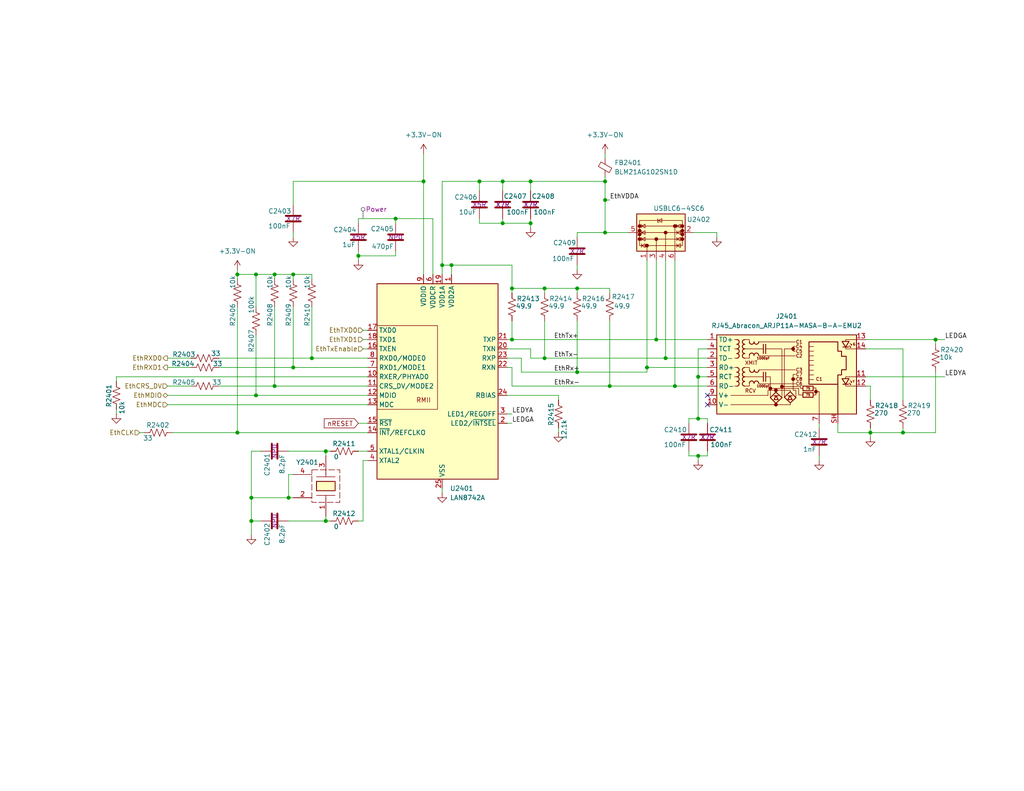
<source format=kicad_sch>
(kicad_sch (version 20250114) (generator "eeschema") (generator_version "9.0")
  (paper "USLetter")
  (title_block (title "Ethernet") (date "2025-10-13") (company "WB7NAB") (comment 1 "Alan Mimms"))
  (lib_symbols
    (symbol "Device:C" (pin_numbers (hide yes)) (pin_names (offset 0.254))
      (property "Reference" "C" (at 0.635 2.54 0))
      (property "Value" "C" (at 0.635 -2.54 0))
      (symbol "C_0_1"
        (polyline (pts (xy -2.032 0.762) (xy 2.032 0.762)) (stroke (width 0.508)))
        (polyline (pts (xy -2.032 -0.762) (xy 2.032 -0.762)) (stroke (width 0.508)))
      )
      (symbol "C_1_1"
        (pin passive line (at 0 3.81 270) (length 2.794) (name "~") (number "1"))
        (pin passive line (at 0 -3.81 90) (length 2.794) (name "~") (number "2"))
      )
    )
    (symbol "Device:FerriteBead_Small" (pin_numbers (hide yes)) (pin_names (offset 0))
      (property "Reference" "FB" (at 1.905 1.27 0))
      (property "Value" "FerriteBead_Small" (at 1.905 -1.27 0))
      (symbol "FerriteBead_Small_0_1"
        (polyline (pts (xy -1.8288 0.2794) (xy -1.1176 1.4986) (xy 1.8288 -0.2032) (xy 1.1176 -1.4224) (xy -1.8288 0.2794)))
        (polyline (pts (xy 0 0.889) (xy 0 1.2954)))
        (polyline (pts (xy 0 -1.27) (xy 0 -0.7874)))
      )
      (symbol "FerriteBead_Small_1_1"
        (pin passive line (at 0 2.54 270) (length 1.27) (name "~") (number "1"))
        (pin passive line (at 0 -2.54 90) (length 1.27) (name "~") (number "2"))
      )
    )
    (symbol "Device:R_US" (pin_numbers (hide yes)) (pin_names (offset 0))
      (property "Reference" "R" (at 2.54 0 90))
      (property "Value" "R_US" (at -2.54 0 90))
      (symbol "R_US_0_1"
        (polyline (pts (xy 0 2.286) (xy 0 2.54)))
        (polyline (pts (xy 0 2.286) (xy 1.016 1.905) (xy 0 1.524) (xy -1.016 1.143) (xy 0 0.762)))
        (polyline (pts (xy 0 0.762) (xy 1.016 0.381) (xy 0 0) (xy -1.016 -0.381) (xy 0 -0.762)))
        (polyline (pts (xy 0 -0.762) (xy 1.016 -1.143) (xy 0 -1.524) (xy -1.016 -1.905) (xy 0 -2.286)))
        (polyline (pts (xy 0 -2.286) (xy 0 -2.54)))
      )
      (symbol "R_US_1_1"
        (pin passive line (at 0 3.81 270) (length 1.27) (name "~") (number "1"))
        (pin passive line (at 0 -3.81 90) (length 1.27) (name "~") (number "2"))
      )
    )
    (symbol "ECS-2033-250-BN:ECS-2033-250-BN"
      (property "Reference" "Y" (at 10.668 7.366 0))
      (property "Value" "ECS-2033-250-BN" (at 3.81 5.588 0))
      (symbol "ECS-2033-250-BN_0_1"
        (polyline (pts (xy 9.525 2.54) (xy 9.525 -2.54)))
        (polyline (pts (xy 14.605 2.54) (xy 14.605 -2.54)))
      )
      (symbol "ECS-2033-250-BN_1_1"
        (rectangle (start 7.62 3.81) (end 16.51 -3.81) (stroke (width 0) (type dash)))
        (polyline (pts (xy 8.89 0) (xy 9.525 0)))
        (rectangle (start 10.795 2.54) (end 13.335 -2.54) (stroke (width 0.254)) (fill (type background)))
        (polyline (pts (xy 15.24 0) (xy 14.605 0)))
        (pin passive line (at 3.81 0 0) (length 5.08) (name "") (number "1"))
        (pin passive line (at 8.89 -8.89 90) (length 5.08) (name "") (number "2"))
        (pin passive line (at 15.24 -8.89 90) (length 5.08) (name "") (number "4"))
        (pin passive line (at 20.32 0 180) (length 5.08) (name "") (number "3"))
      )
    )
    (symbol "Interface_Ethernet:LAN8742A"
      (property "Reference" "U" (at -13.97 29.21 0))
      (property "Value" "LAN8742A" (at 15.24 29.21 0))
      (symbol "LAN8742A_0_0"
        (text "RMII" (at -5.08 -3.81 0) (effects (font (size 1.27 1.27))))
      )
      (symbol "LAN8742A_0_1"
        (rectangle (start -17.78 27.94) (end 15.24 -25.4) (stroke (width 0.254)) (fill (type background)))
        (polyline (pts (xy -17.78 -6.35) (xy -1.27 -6.35) (xy -1.27 16.51) (xy -17.78 16.51)))
      )
      (symbol "LAN8742A_1_1"
        (pin input line (at -20.32 15.24 0) (length 2.54) (name "TXD0") (number "17"))
        (pin input line (at -20.32 12.7 0) (length 2.54) (name "TXD1") (number "18"))
        (pin input line (at -20.32 10.16 0) (length 2.54) (name "TXEN") (number "16"))
        (pin bidirectional line (at -20.32 7.62 0) (length 2.54) (name "RXD0/MODE0") (number "8"))
        (pin bidirectional line (at -20.32 5.08 0) (length 2.54) (name "RXD1/MODE1") (number "7"))
        (pin output line (at -20.32 2.54 0) (length 2.54) (name "RXER/PHYAD0") (number "10"))
        (pin bidirectional line (at -20.32 0 0) (length 2.54) (name "CRS_DV/MODE2") (number "11"))
        (pin bidirectional line (at -20.32 -2.54 0) (length 2.54) (name "MDIO") (number "12"))
        (pin input line (at -20.32 -5.08 0) (length 2.54) (name "MDC") (number "13"))
        (pin input line (at -20.32 -10.16 0) (length 2.54) (name "~{RST}") (number "15"))
        (pin output line (at -20.32 -12.7 0) (length 2.54) (name "~{INT}/REFCLKO") (number "14"))
        (pin input line (at -20.32 -17.78 0) (length 2.54) (name "XTAL1/CLKIN") (number "5"))
        (pin output line (at -20.32 -20.32 0) (length 2.54) (name "XTAL2") (number "4"))
        (pin power_in line (at -5.08 30.48 270) (length 2.54) (name "VDDIO") (number "9"))
        (pin power_in line (at -2.54 30.48 270) (length 2.54) (name "VDDCR") (number "6"))
        (pin power_in line (at 0 30.48 270) (length 2.54) (name "VDD1A") (number "19"))
        (pin power_in line (at 0 -27.94 90) (length 2.54) (name "VSS") (number "25"))
        (pin power_in line (at 2.54 30.48 270) (length 2.54) (name "VDD2A") (number "1"))
        (pin passive line (at 17.78 12.7 180) (length 2.54) (name "TXP") (number "21"))
        (pin passive line (at 17.78 10.16 180) (length 2.54) (name "TXN") (number "20"))
        (pin passive line (at 17.78 7.62 180) (length 2.54) (name "RXP") (number "23"))
        (pin passive line (at 17.78 5.08 180) (length 2.54) (name "RXN") (number "22"))
        (pin passive line (at 17.78 -2.54 180) (length 2.54) (name "RBIAS") (number "24"))
        (pin bidirectional line (at 17.78 -7.62 180) (length 2.54) (name "LED1/REGOFF") (number "3"))
        (pin bidirectional line (at 17.78 -10.16 180) (length 2.54) (name "LED2/~{INTSEL}") (number "2"))
      )
    )
    (symbol "Library:RJ45_Abracon_ARJP11A-MASA-B-A-EMU2"
      (property "Reference" "J" (at 18.415 12.7 0))
      (property "Value" "RJ45_Abracon_ARJP11A-MASA-B-A-EMU2" (at -4.445 12.7 0))
      (symbol "RJ45_Abracon_ARJP11A-MASA-B-A-EMU2_0_0"
        (polyline (pts (xy -5.08 8.89) (xy -5.08 6.35)) (stroke (width 0.254)))
        (polyline (pts (xy -5.08 1.27) (xy -5.08 -1.27)) (stroke (width 0.254)))
        (polyline (pts (xy -4.445 8.89) (xy -4.445 6.35)) (stroke (width 0.254)))
        (polyline (pts (xy -4.445 1.27) (xy -4.445 -1.27)) (stroke (width 0.254)))
        (circle (center -3.175 -3.175) (radius 0.0001) (stroke (width 0.508)))
        (circle (center -1.651 -3.683) (radius 0.0001) (stroke (width 0.508)))
        (circle (center -1.651 -7.62) (radius 0.0001) (stroke (width 0.508)))
        (circle (center 0 -2.667) (radius 0.0001) (stroke (width 0.508)))
        (circle (center 3.048 7.62) (radius 0.0001) (stroke (width 0.508)))
        (circle (center 3.048 -0.635) (radius 0.0001) (stroke (width 0.508)))
        (polyline (pts (xy 3.683 8.255) (xy 3.048 8.255) (xy 3.048 6.985) (xy 3.683 6.985)))
        (polyline (pts (xy 3.683 0.635) (xy 3.048 0.635) (xy 3.048 -0.635) (xy 3.683 -0.635)))
        (polyline (pts (xy 8.636 -4.953) (xy 9.271 -4.953) (xy 9.271 -3.048) (xy 8.636 -3.048)))
        (polyline (pts (xy 9.271 -4.064) (xy 10.16 -4.064)))
        (circle (center 9.271 -4.064) (radius 0.0001) (stroke (width 0.508)))
        (polyline (pts (xy 17.399 9.652) (xy 17.399 10.16) (xy 20.32 10.16)))
        (polyline (pts (xy 17.399 -0.508) (xy 17.399 0) (xy 20.32 0)))
        (polyline (pts (xy 20.32 7.62) (xy 17.399 7.62) (xy 17.399 8.128)))
        (polyline (pts (xy 20.32 -2.54) (xy 17.399 -2.54) (xy 17.399 -2.032)))
        (text "XMIT" (at -10.16 3.81 0) (effects (font (size 1.016 1.016)) (justify left)))
        (text "RCV" (at -10.16 -3.81 0) (effects (font (size 1.016 1.016)) (justify left)))
        (text "C1" (at 4.699 9.525 0) (effects (font (size 0.889 0.889))))
        (text "C4" (at 4.699 8.255 0) (effects (font (size 0.889 0.889))))
        (text "C5" (at 4.699 6.985 0) (effects (font (size 0.889 0.889))))
        (text "C2" (at 4.699 5.715 0) (effects (font (size 0.889 0.889))))
        (text "C3" (at 4.699 1.905 0) (effects (font (size 0.889 0.889))))
        (text "C7" (at 4.699 0.635 0) (effects (font (size 0.889 0.889))))
        (text "C8" (at 4.699 -0.635 0) (effects (font (size 0.889 0.889))))
        (text "C6" (at 4.699 -1.905 0) (effects (font (size 0.889 0.889))))
        (text "C1" (at 10.16 -0.635 0) (effects (font (size 0.889 0.889))))
      )
      (symbol "RJ45_Abracon_ARJP11A-MASA-B-A-EMU2_0_1"
        (rectangle (start -17.78 11.43) (end 20.32 -10.16) (stroke (width 0.254)) (fill (type background)))
        (polyline (pts (xy -12.3163 10.16) (xy -12.9513 10.16)))
        (polyline (pts (xy -12.3163 7.62) (xy -12.9513 7.62)))
        (polyline (pts (xy -12.3163 5.08) (xy -12.9513 5.08)))
        (polyline (pts (xy -12.3163 2.54) (xy -12.9513 2.54)))
        (polyline (pts (xy -12.3163 0) (xy -12.9513 0)))
        (polyline (pts (xy -12.3163 -2.54) (xy -12.9513 -2.54)))
        (polyline (pts (xy -10.16 10.16) (xy -8.89 10.16) (xy -8.89 9.525)))
        (polyline (pts (xy -10.16 2.54) (xy -8.89 2.54) (xy -8.89 1.905)))
        (polyline (pts (xy -8.89 5.715) (xy -8.89 5.08) (xy -10.16 5.08)))
        (polyline (pts (xy -8.89 -1.905) (xy -8.89 -2.54) (xy -10.16 -2.54)))
        (polyline (pts (xy -6.35 9.525) (xy 3.683 9.525)))
        (polyline (pts (xy -6.35 5.715) (xy 3.683 5.715)))
        (polyline (pts (xy -6.35 -1.905) (xy 3.683 -1.905)))
        (polyline (pts (xy -6.223 1.905) (xy 3.683 1.905)))
        (polyline (pts (xy -5.08 7.62) (xy -10.16 7.62)))
        (polyline (pts (xy -5.08 0) (xy -10.16 0)))
        (polyline (pts (xy -4.445 7.62) (xy 0 7.62) (xy 0 -5.715)))
        (polyline (pts (xy -4.445 0) (xy -3.175 0) (xy -3.175 -5.715)))
        (polyline (pts (xy 7.366 5.715) (xy 8.636 5.715)))
        (polyline (pts (xy 7.366 4.445) (xy 8.636 4.445)))
        (polyline (pts (xy 7.366 3.175) (xy 8.636 3.175)))
        (polyline (pts (xy 7.366 1.778) (xy 8.636 1.778)))
        (polyline (pts (xy 7.366 0.508) (xy 8.636 0.508)))
        (polyline (pts (xy 8.636 8.255) (xy 7.366 8.255)))
        (polyline (pts (xy 8.636 6.985) (xy 7.366 6.985)))
        (polyline (pts (xy 8.636 -0.762) (xy 7.366 -0.762)))
      )
      (symbol "RJ45_Abracon_ARJP11A-MASA-B-A-EMU2_1_0"
        (text "1000pF" (at -5.08 5.08 0) (effects (font (size 0.635 0.635))))
        (text "1000pF" (at -5.08 -2.54 0) (effects (font (size 0.635 0.635))))
      )
      (symbol "RJ45_Abracon_ARJP11A-MASA-B-A-EMU2_1_1"
        (polyline (pts (xy -13.97 -5.08) (xy -3.81 -5.08)))
        (polyline (pts (xy -13.97 -7.62) (xy 2.286 -7.62)))
        (arc (start -12.3163 2.54) (mid -11.684 1.905) (end -12.3163 1.27) (stroke (width 0.254)))
        (arc (start -12.3136 10.16) (mid -11.6813 9.525) (end -12.3136 8.89) (stroke (width 0.254)))
        (arc (start -12.3136 1.27) (mid -11.6813 0.635) (end -12.3136 0) (stroke (width 0.254)))
        (arc (start -12.3136 0) (mid -11.6813 -0.635) (end -12.3136 -1.27) (stroke (width 0.254)))
        (arc (start -12.3136 -1.27) (mid -11.6813 -1.905) (end -12.3136 -2.54) (stroke (width 0.254)))
        (arc (start -12.3109 8.89) (mid -11.6786 8.255) (end -12.3109 7.62) (stroke (width 0.254)))
        (arc (start -12.3109 7.62) (mid -11.6786 6.985) (end -12.3109 6.35) (stroke (width 0.254)))
        (arc (start -12.3109 6.35) (mid -11.6786 5.715) (end -12.3109 5.08) (stroke (width 0.254)))
        (arc (start -10.1654 8.89) (mid -10.7977 9.525) (end -10.1654 10.16) (stroke (width 0.254)))
        (arc (start -10.1654 7.62) (mid -10.7977 8.255) (end -10.1654 8.89) (stroke (width 0.254)))
        (arc (start -10.1654 6.35) (mid -10.7977 6.985) (end -10.1654 7.62) (stroke (width 0.254)))
        (arc (start -10.1654 1.27) (mid -10.7977 1.905) (end -10.1654 2.54) (stroke (width 0.254)))
        (arc (start -10.1654 0) (mid -10.7977 0.635) (end -10.1654 1.27) (stroke (width 0.254)))
        (arc (start -10.1654 -1.27) (mid -10.7977 -0.635) (end -10.1654 0) (stroke (width 0.254)))
        (arc (start -10.1627 5.08) (mid -10.795 5.715) (end -10.1627 6.35) (stroke (width 0.254)))
        (arc (start -10.1627 -2.54) (mid -10.795 -1.905) (end -10.1627 -1.27) (stroke (width 0.254)))
        (arc (start -7.62 9.5223) (mid -8.255 8.89) (end -8.89 9.5223) (stroke (width 0.254)))
        (arc (start -8.89 5.8447) (mid -8.255 6.477) (end -7.62 5.8447) (stroke (width 0.254)))
        (arc (start -8.89 -1.7753) (mid -8.255 -1.143) (end -7.62 -1.7753) (stroke (width 0.254)))
        (arc (start -7.5565 1.8388) (mid -8.1915 1.2065) (end -8.8265 1.8388) (stroke (width 0.254)))
        (arc (start -6.35 9.525) (mid -6.985 8.8927) (end -7.62 9.525) (stroke (width 0.254)))
        (arc (start -7.62 5.8474) (mid -6.985 6.4797) (end -6.35 5.8474) (stroke (width 0.254)))
        (arc (start -7.62 -1.7726) (mid -6.985 -1.1403) (end -6.35 -1.7726) (stroke (width 0.254)))
        (arc (start -6.2865 1.8415) (mid -6.9215 1.2092) (end -7.5565 1.8415) (stroke (width 0.254)))
        (polyline (pts (xy -3.81 -5.08) (xy -3.81 -3.683) (xy -1.651 -3.683)))
        (polyline (pts (xy -2.159 -5.207) (xy -1.016 -5.207)) (stroke (width 0.254)))
        (polyline (pts (xy -2.159 -6.223) (xy -1.016 -6.223) (xy -1.651 -5.207) (xy -2.159 -6.223)) (stroke (width 0.254)))
        (polyline (pts (xy -1.905 -3.683) (xy -1.651 -3.683) (xy -1.651 -4.191)))
        (polyline (pts (xy -1.651 -3.683) (xy 2.286 -3.683) (xy 2.286 -4.064)))
        (polyline (pts (xy -1.651 -4.191) (xy -3.175 -5.715) (xy -1.651 -7.239) (xy 0 -5.715) (xy -1.651 -4.191)) (stroke (width 0.254)))
        (polyline (pts (xy -1.651 -7.239) (xy -1.651 -7.493)))
        (polyline (pts (xy 1.651 -5.207) (xy 2.794 -5.207)) (stroke (width 0.254)))
        (polyline (pts (xy 1.651 -6.223) (xy 2.794 -6.223) (xy 2.159 -5.207) (xy 1.651 -6.223)) (stroke (width 0.254)))
        (polyline (pts (xy 2.286 -4.064) (xy 0.635 -5.588) (xy 2.286 -7.112) (xy 3.81 -5.715) (xy 2.286 -4.064)) (stroke (width 0.254)))
        (polyline (pts (xy 2.286 -7.112) (xy 2.286 -7.62)))
        (polyline (pts (xy 3.048 7.62) (xy 0.635 7.62) (xy 0.635 -5.588)))
        (polyline (pts (xy 3.048 -0.508) (xy 3.048 -3.683) (xy 3.81 -3.683) (xy 3.81 -5.715)))
        (polyline (pts (xy 5.715 -3.175) (xy 5.08 -3.175) (xy 5.08 -2.667) (xy 0 -2.667)))
        (polyline (pts (xy 5.715 -4.953) (xy 4.572 -4.953) (xy 4.572 -3.175) (xy -3.175 -3.175)))
        (polyline (pts (xy 7.366 -2.032) (xy 7.366 9.525) (xy 15.24 9.525) (xy 15.24 6.985) (xy 16.256 6.985) (xy 16.256 5.588) (xy 17.526 5.588) (xy 17.526 1.905) (xy 16.256 1.905) (xy 16.256 0.508) (xy 15.24 0.508) (xy 15.24 -2.032) (xy 7.366 -2.032)) (stroke (width 0.254)))
        (rectangle (start 8.509 -3.81) (end 5.715 -2.54) (stroke (width 0.254)))
        (rectangle (start 8.509 -5.588) (end 5.715 -4.318) (stroke (width 0.254)))
        (polyline (pts (xy 10.16 -4.064) (xy 10.16 -10.16)))
        (polyline (pts (xy 15.24 -10.16) (xy 15.24 -2.032)) (stroke (width 0.254)))
        (polyline (pts (xy 18.161 8.128) (xy 16.637 8.128)) (stroke (width 0.254)))
        (polyline (pts (xy 18.161 -2.032) (xy 16.637 -2.032)) (stroke (width 0.254)))
        (polyline (pts (xy 18.288 9.652) (xy 16.383 9.652) (xy 17.399 8.128) (xy 18.288 9.652)) (stroke (width 0.254)))
        (polyline (pts (xy 18.288 8.509) (xy 18.796 8.001) (xy 18.542 8.001)))
        (polyline (pts (xy 18.288 -0.508) (xy 16.383 -0.508) (xy 17.399 -2.032) (xy 18.288 -0.508)) (stroke (width 0.254)))
        (polyline (pts (xy 18.288 -1.651) (xy 18.796 -2.159) (xy 18.542 -2.159)))
        (polyline (pts (xy 18.542 9.144) (xy 19.05 8.636) (xy 18.796 8.636)))
        (polyline (pts (xy 18.542 -1.016) (xy 19.05 -1.524) (xy 18.796 -1.524)))
        (polyline (pts (xy 18.796 8.001) (xy 18.796 8.255)))
        (polyline (pts (xy 18.796 -2.159) (xy 18.796 -1.905)))
        (polyline (pts (xy 19.05 8.636) (xy 19.05 8.89)))
        (polyline (pts (xy 19.05 -1.524) (xy 19.05 -1.27)))
        (text "75" (at 7.112 -3.175 0) (effects (font (size 0.635 0.635))))
        (text "75" (at 7.112 -4.953 0) (effects (font (size 0.635 0.635))))
        (text "Y" (at 19.558 -1.27 0) (effects (font (size 0.635 0.635))))
        (text "G" (at 19.685 8.89 0) (effects (font (size 0.635 0.635))))
        (pin passive line (at -20.32 10.16 0) (length 2.54) (name "TD+") (number "1"))
        (pin passive line (at -20.32 7.62 0) (length 2.54) (name "TCT") (number "4"))
        (pin passive line (at -20.32 5.08 0) (length 2.54) (name "TD-") (number "2"))
        (pin passive line (at -20.32 2.54 0) (length 2.54) (name "RD+") (number "3"))
        (pin passive line (at -20.32 0 0) (length 2.54) (name "RCT") (number "5"))
        (pin passive line (at -20.32 -2.54 0) (length 2.54) (name "RD-") (number "6"))
        (pin power_out line (at -20.32 -5.08 0) (length 2.54) (name "V+") (number "9"))
        (pin power_out line (at -20.32 -7.62 0) (length 2.54) (name "V-") (number "10"))
        (pin power_in line (at 10.16 -12.7 90) (length 2.54) (name "") (number "7"))
        (pin passive line (at 15.24 -12.7 90) (length 2.54) (name "") (number "SH"))
        (pin passive line (at 22.86 10.16 180) (length 2.54) (name "") (number "13"))
        (pin passive line (at 22.86 7.62 180) (length 2.54) (name "") (number "14"))
        (pin passive line (at 22.86 0 180) (length 2.54) (name "") (number "11"))
        (pin passive line (at 22.86 -2.54 180) (length 2.54) (name "") (number "12"))
      )
    )
    (symbol "Power_Protection:USBLC6-4SC6" (pin_names (hide yes))
      (property "Reference" "U" (at 1.27 9.525 0))
      (property "Value" "USBLC6-4SC6" (at 1.27 6.985 0))
      (symbol "USBLC6-4SC6_0_0"
        (circle (center -3.556 2.54) (radius 0.0001) (stroke (width 0.508)))
        (circle (center -1.778 4.572) (radius 0.0001) (stroke (width 0.508)))
        (circle (center -1.778 0) (radius 0.0001) (stroke (width 0.508)))
        (circle (center -1.778 -7.112) (radius 0.0001) (stroke (width 0.508)))
        (circle (center -0.508 4.572) (radius 0.0001) (stroke (width 0.508)))
        (circle (center -0.508 -7.112) (radius 0.0001) (stroke (width 0.508)))
        (circle (center 0 -2.54) (radius 0.0001) (stroke (width 0.508)))
        (circle (center 0.508 4.572) (radius 0.0001) (stroke (width 0.508)))
        (circle (center 0.508 -7.112) (radius 0.0001) (stroke (width 0.508)))
        (circle (center 1.778 4.572) (radius 0.0001) (stroke (width 0.508)))
        (circle (center 1.778 -5.08) (radius 0.0001) (stroke (width 0.508)))
        (circle (center 1.778 -7.112) (radius 0.0001) (stroke (width 0.508)))
      )
      (symbol "USBLC6-4SC6_0_1"
        (polyline (pts (xy -5.08 2.54) (xy -3.556 2.54)))
        (polyline (pts (xy -5.08 0) (xy -1.778 0)))
        (polyline (pts (xy -5.08 -2.54) (xy 0 -2.54)))
        (polyline (pts (xy -5.08 -5.08) (xy 1.778 -5.08)))
        (polyline (pts (xy -4.064 3.048) (xy -3.048 3.048) (xy -3.556 4.064) (xy -4.064 3.048)))
        (polyline (pts (xy -4.064 -5.588) (xy -3.048 -5.588)))
        (polyline (pts (xy -3.048 4.064) (xy -4.064 4.064)))
        (polyline (pts (xy -3.048 -6.604) (xy -4.064 -6.604) (xy -3.556 -5.588) (xy -3.048 -6.604)))
        (polyline (pts (xy -2.286 4.064) (xy -1.27 4.064)))
        (polyline (pts (xy -2.286 -5.588) (xy -1.27 -5.588)))
        (polyline (pts (xy -1.27 3.048) (xy -2.286 3.048) (xy -1.778 4.064) (xy -1.27 3.048)))
        (polyline (pts (xy -1.27 -6.604) (xy -2.286 -6.604) (xy -1.778 -5.588) (xy -1.27 -6.604)))
        (polyline (pts (xy -0.508 3.048) (xy 0.508 3.048) (xy 0 4.064) (xy -0.508 3.048)))
        (polyline (pts (xy -0.508 -5.588) (xy 0.508 -5.588)))
        (polyline (pts (xy -0.508 -6.604) (xy 0.508 -6.604) (xy 0 -5.588) (xy -0.508 -6.604)))
        (polyline (pts (xy 0 5.08) (xy 0.508 4.572)))
        (polyline (pts (xy 0.508 4.064) (xy -0.508 4.064)))
        (polyline (pts (xy 0.508 -7.112) (xy -0.508 -7.112)))
        (polyline (pts (xy 1.27 4.064) (xy 2.286 4.064)))
        (polyline (pts (xy 1.27 -6.604) (xy 2.286 -6.604) (xy 1.778 -5.588) (xy 1.27 -6.604)))
        (polyline (pts (xy 1.778 4.572) (xy 3.302 4.572) (xy 3.302 -7.112) (xy 1.778 -7.112)))
        (polyline (pts (xy 2.286 3.048) (xy 1.27 3.048) (xy 1.778 4.064) (xy 2.286 3.048)))
        (polyline (pts (xy 2.286 -5.588) (xy 1.27 -5.588)))
        (polyline (pts (xy 2.794 -0.762) (xy 2.794 -0.381) (xy 3.81 -0.381)))
        (polyline (pts (xy 3.81 -1.524) (xy 2.794 -1.524) (xy 3.302 -0.508) (xy 3.81 -1.524)))
      )
      (symbol "USBLC6-4SC6_1_1"
        (rectangle (start -5.08 5.334) (end 5.08 -7.874) (stroke (width 0.254)) (fill (type background)))
        (polyline (pts (xy -1.778 4.572) (xy -3.556 4.572) (xy -3.556 -7.112) (xy -1.778 -7.112)))
        (polyline (pts (xy -0.508 4.572) (xy 1.778 4.572) (xy 1.778 -7.112) (xy 0.508 -7.112)))
        (polyline (pts (xy 0 -7.62) (xy -0.508 -7.112) (xy -1.778 -7.112) (xy -1.778 4.572) (xy -0.508 4.572)))
        (polyline (pts (xy 0.508 -7.112) (xy 0 -6.604) (xy 0 4.064) (xy -0.508 4.572)))
        (pin passive line (at -7.62 2.54 0) (length 2.54) (name "I/O1") (number "1"))
        (pin passive line (at -7.62 0 0) (length 2.54) (name "I/O2") (number "3"))
        (pin passive line (at -7.62 -2.54 0) (length 2.54) (name "I/O3") (number "4"))
        (pin passive line (at -7.62 -5.08 0) (length 2.54) (name "I/O4") (number "6"))
        (pin passive line (at 0 7.62 270) (length 2.54) (name "VBUS") (number "5"))
        (pin passive line (at 0 -10.16 90) (length 2.54) (name "GND") (number "2"))
      )
    )
    (symbol "power:+3.3V" (power) (pin_numbers (hide yes)) (pin_names (offset 0) (hide yes))
      (property "Value" "+3.3V" (at 0 3.556 0))
      (symbol "+3.3V_0_1"
        (polyline (pts (xy -0.762 1.27) (xy 0 2.54)))
        (polyline (pts (xy 0 2.54) (xy 0.762 1.27)))
        (polyline (pts (xy 0 0) (xy 0 2.54)))
      )
      (symbol "+3.3V_1_1"
        (pin power_in line (at 0 0 90) (length 0) (name "~") (number "1"))
      )
    )
    (symbol "power:GND" (power) (pin_numbers (hide yes)) (pin_names (offset 0) (hide yes))
      (property "Value" "GND" (at 0 -3.81 0))
      (symbol "GND_0_1"
        (polyline (pts (xy 0 0) (xy 0 -1.27) (xy 1.27 -1.27) (xy 0 -2.54) (xy -1.27 -1.27) (xy 0 -1.27)))
      )
      (symbol "GND_1_1"
        (pin power_in line (at 0 0 270) (length 0) (name "~") (number "1"))
      )
    )
  )
  (junction (at 78.74 135.89))
  (junction (at 130.81 49.53))
  (junction (at 157.48 101.6))
  (junction (at 139.7 78.74))
  (junction (at 190.5 102.87))
  (junction (at 74.93 74.93))
  (junction (at 120.65 72.39))
  (junction (at 80.01 100.33))
  (junction (at 107.95 59.69))
  (junction (at 237.49 118.11))
  (junction (at 148.59 78.74))
  (junction (at 246.38 118.11))
  (junction (at 144.78 49.53))
  (junction (at 190.5 124.46))
  (junction (at 68.58 135.89))
  (junction (at 165.1 63.5))
  (junction (at 181.61 97.79))
  (junction (at 184.15 105.41))
  (junction (at 139.7 92.71))
  (junction (at 148.59 97.79))
  (junction (at 69.85 74.93))
  (junction (at 74.93 105.41))
  (junction (at 165.1 54.61))
  (junction (at 144.78 60.96))
  (junction (at 137.16 60.96))
  (junction (at 68.58 142.24))
  (junction (at 97.79 69.85))
  (junction (at 176.53 100.33))
  (junction (at 137.16 49.53))
  (junction (at 157.48 78.74))
  (junction (at 85.09 97.79))
  (junction (at 88.9 142.24))
  (junction (at 123.19 72.39))
  (junction (at 255.27 92.71))
  (junction (at 190.5 114.3))
  (junction (at 88.9 123.19))
  (junction (at 64.77 74.93))
  (junction (at 115.57 49.53))
  (junction (at 166.37 105.41))
  (junction (at 69.85 107.95))
  (junction (at 165.1 49.53))
  (junction (at 179.07 92.71))
  (junction (at 64.77 118.11))
  (junction (at 80.01 74.93))
  (no_connect (at 193.04 107.95))
  (no_connect (at 193.04 110.49))
  (wire (pts (xy 99.06 95.25) (xy 100.33 95.25)))
  (wire (pts (xy 190.5 102.87) (xy 190.5 114.3)))
  (wire (pts (xy 130.81 49.53) (xy 137.16 49.53)))
  (wire (pts (xy 88.9 142.24) (xy 88.9 140.97)))
  (wire (pts (xy 171.45 63.5) (xy 165.1 63.5)))
  (wire (pts (xy 69.85 74.93) (xy 74.93 74.93)))
  (wire (pts (xy 187.96 124.46) (xy 190.5 124.46)))
  (wire (pts (xy 246.38 118.11) (xy 237.49 118.11)))
  (wire (pts (xy 190.5 114.3) (xy 187.96 114.3)))
  (wire (pts (xy 80.01 63.5) (xy 80.01 64.77)))
  (wire (pts (xy 31.75 111.76) (xy 31.75 113.03)))
  (wire (pts (xy 193.04 123.19) (xy 193.04 124.46)))
  (wire (pts (xy 139.7 92.71) (xy 179.07 92.71)))
  (wire (pts (xy 139.7 78.74) (xy 148.59 78.74)))
  (wire (pts (xy 255.27 101.6) (xy 255.27 118.11)))
  (wire (pts (xy 85.09 97.79) (xy 100.33 97.79)))
  (wire (pts (xy 68.58 146.05) (xy 68.58 142.24)))
  (wire (pts (xy 97.79 68.58) (xy 97.79 69.85)))
  (wire (pts (xy 138.43 115.57) (xy 139.7 115.57)))
  (wire (pts (xy 144.78 49.53) (xy 165.1 49.53)))
  (wire (pts (xy 166.37 80.01) (xy 166.37 78.74)))
  (wire (pts (xy 246.38 116.84) (xy 246.38 118.11)))
  (wire (pts (xy 179.07 92.71) (xy 193.04 92.71)))
  (wire (pts (xy 193.04 97.79) (xy 181.61 97.79)))
  (wire (pts (xy 137.16 59.69) (xy 137.16 60.96)))
  (wire (pts (xy 74.93 76.2) (xy 74.93 74.93)))
  (wire (pts (xy 64.77 73.66) (xy 64.77 74.93)))
  (wire (pts (xy 152.4 109.22) (xy 152.4 107.95)))
  (wire (pts (xy 64.77 118.11) (xy 100.33 118.11)))
  (wire (pts (xy 85.09 83.82) (xy 85.09 97.79)))
  (wire (pts (xy 138.43 92.71) (xy 139.7 92.71)))
  (wire (pts (xy 78.74 142.24) (xy 88.9 142.24)))
  (wire (pts (xy 157.48 78.74) (xy 157.48 80.01)))
  (wire (pts (xy 176.53 71.12) (xy 176.53 100.33)))
  (wire (pts (xy 80.01 83.82) (xy 80.01 100.33)))
  (wire (pts (xy 187.96 123.19) (xy 187.96 124.46)))
  (wire (pts (xy 45.72 97.79) (xy 52.07 97.79)))
  (wire (pts (xy 236.22 95.25) (xy 246.38 95.25)))
  (wire (pts (xy 107.95 59.69) (xy 107.95 60.96)))
  (wire (pts (xy 152.4 107.95) (xy 138.43 107.95)))
  (wire (pts (xy 184.15 71.12) (xy 184.15 105.41)))
  (wire (pts (xy 228.6 115.57) (xy 228.6 118.11)))
  (wire (pts (xy 148.59 87.63) (xy 148.59 97.79)))
  (wire (pts (xy 78.74 129.54) (xy 80.01 129.54)))
  (wire (pts (xy 144.78 97.79) (xy 148.59 97.79)))
  (wire (pts (xy 223.52 124.46) (xy 223.52 125.73)))
  (wire (pts (xy 137.16 52.07) (xy 137.16 49.53)))
  (wire (pts (xy 246.38 109.22) (xy 246.38 95.25)))
  (wire (pts (xy 107.95 69.85) (xy 97.79 69.85)))
  (wire (pts (xy 157.48 101.6) (xy 176.53 101.6)))
  (wire (pts (xy 120.65 49.53) (xy 120.65 72.39)))
  (wire (pts (xy 166.37 105.41) (xy 184.15 105.41)))
  (wire (pts (xy 99.06 125.73) (xy 100.33 125.73)))
  (wire (pts (xy 74.93 83.82) (xy 74.93 105.41)))
  (wire (pts (xy 139.7 105.41) (xy 139.7 100.33)))
  (wire (pts (xy 68.58 123.19) (xy 71.12 123.19)))
  (wire (pts (xy 80.01 135.89) (xy 78.74 135.89)))
  (wire (pts (xy 97.79 60.96) (xy 97.79 59.69)))
  (wire (pts (xy 184.15 105.41) (xy 193.04 105.41)))
  (wire (pts (xy 123.19 72.39) (xy 139.7 72.39)))
  (wire (pts (xy 193.04 114.3) (xy 190.5 114.3)))
  (wire (pts (xy 130.81 52.07) (xy 130.81 49.53)))
  (wire (pts (xy 64.77 76.2) (xy 64.77 74.93)))
  (wire (pts (xy 137.16 49.53) (xy 144.78 49.53)))
  (wire (pts (xy 190.5 124.46) (xy 190.5 125.73)))
  (wire (pts (xy 166.37 87.63) (xy 166.37 105.41)))
  (wire (pts (xy 157.48 78.74) (xy 166.37 78.74)))
  (wire (pts (xy 120.65 133.35) (xy 120.65 134.62)))
  (wire (pts (xy 68.58 142.24) (xy 71.12 142.24)))
  (wire (pts (xy 176.53 101.6) (xy 176.53 100.33)))
  (wire (pts (xy 195.58 64.77) (xy 195.58 63.5)))
  (wire (pts (xy 120.65 72.39) (xy 123.19 72.39)))
  (wire (pts (xy 130.81 60.96) (xy 137.16 60.96)))
  (wire (pts (xy 237.49 109.22) (xy 237.49 105.41)))
  (wire (pts (xy 59.69 105.41) (xy 74.93 105.41)))
  (wire (pts (xy 45.72 110.49) (xy 100.33 110.49)))
  (wire (pts (xy 31.75 102.87) (xy 100.33 102.87)))
  (wire (pts (xy 78.74 123.19) (xy 88.9 123.19)))
  (wire (pts (xy 148.59 80.01) (xy 148.59 78.74)))
  (wire (pts (xy 157.48 63.5) (xy 157.48 64.77)))
  (wire (pts (xy 68.58 142.24) (xy 68.58 135.89)))
  (wire (pts (xy 181.61 71.12) (xy 181.61 97.79)))
  (wire (pts (xy 120.65 49.53) (xy 130.81 49.53)))
  (wire (pts (xy 99.06 142.24) (xy 99.06 125.73)))
  (wire (pts (xy 46.99 118.11) (xy 64.77 118.11)))
  (wire (pts (xy 190.5 124.46) (xy 193.04 124.46)))
  (wire (pts (xy 59.69 97.79) (xy 85.09 97.79)))
  (wire (pts (xy 59.69 100.33) (xy 80.01 100.33)))
  (wire (pts (xy 88.9 142.24) (xy 90.17 142.24)))
  (wire (pts (xy 130.81 59.69) (xy 130.81 60.96)))
  (wire (pts (xy 228.6 118.11) (xy 237.49 118.11)))
  (wire (pts (xy 38.1 118.11) (xy 39.37 118.11)))
  (wire (pts (xy 237.49 118.11) (xy 237.49 119.38)))
  (wire (pts (xy 187.96 114.3) (xy 187.96 115.57)))
  (wire (pts (xy 144.78 49.53) (xy 144.78 52.07)))
  (wire (pts (xy 157.48 72.39) (xy 157.48 73.66)))
  (wire (pts (xy 165.1 49.53) (xy 165.1 54.61)))
  (wire (pts (xy 69.85 91.44) (xy 69.85 107.95)))
  (wire (pts (xy 144.78 59.69) (xy 144.78 60.96)))
  (wire (pts (xy 223.52 115.57) (xy 223.52 116.84)))
  (wire (pts (xy 236.22 105.41) (xy 237.49 105.41)))
  (wire (pts (xy 255.27 92.71) (xy 255.27 93.98)))
  (wire (pts (xy 97.79 59.69) (xy 107.95 59.69)))
  (wire (pts (xy 138.43 95.25) (xy 144.78 95.25)))
  (wire (pts (xy 99.06 142.24) (xy 97.79 142.24)))
  (wire (pts (xy 157.48 87.63) (xy 157.48 101.6)))
  (wire (pts (xy 78.74 129.54) (xy 78.74 135.89)))
  (wire (pts (xy 165.1 41.91) (xy 165.1 43.18)))
  (wire (pts (xy 142.24 97.79) (xy 142.24 101.6)))
  (wire (pts (xy 190.5 102.87) (xy 193.04 102.87)))
  (wire (pts (xy 68.58 135.89) (xy 78.74 135.89)))
  (wire (pts (xy 107.95 59.69) (xy 118.11 59.69)))
  (wire (pts (xy 80.01 100.33) (xy 100.33 100.33)))
  (wire (pts (xy 236.22 102.87) (xy 257.81 102.87)))
  (wire (pts (xy 97.79 69.85) (xy 97.79 71.12)))
  (wire (pts (xy 139.7 100.33) (xy 138.43 100.33)))
  (wire (pts (xy 88.9 123.19) (xy 90.17 123.19)))
  (wire (pts (xy 193.04 100.33) (xy 176.53 100.33)))
  (wire (pts (xy 88.9 123.19) (xy 88.9 124.46)))
  (wire (pts (xy 123.19 72.39) (xy 123.19 74.93)))
  (wire (pts (xy 138.43 113.03) (xy 139.7 113.03)))
  (wire (pts (xy 193.04 115.57) (xy 193.04 114.3)))
  (wire (pts (xy 237.49 116.84) (xy 237.49 118.11)))
  (wire (pts (xy 64.77 83.82) (xy 64.77 118.11)))
  (wire (pts (xy 139.7 80.01) (xy 139.7 78.74)))
  (wire (pts (xy 74.93 74.93) (xy 80.01 74.93)))
  (wire (pts (xy 69.85 107.95) (xy 100.33 107.95)))
  (wire (pts (xy 97.79 115.57) (xy 100.33 115.57)))
  (wire (pts (xy 45.72 100.33) (xy 52.07 100.33)))
  (wire (pts (xy 85.09 74.93) (xy 85.09 76.2)))
  (wire (pts (xy 31.75 102.87) (xy 31.75 104.14)))
  (wire (pts (xy 236.22 92.71) (xy 255.27 92.71)))
  (wire (pts (xy 148.59 78.74) (xy 157.48 78.74)))
  (wire (pts (xy 157.48 63.5) (xy 165.1 63.5)))
  (wire (pts (xy 190.5 95.25) (xy 190.5 102.87)))
  (wire (pts (xy 115.57 41.91) (xy 115.57 49.53)))
  (wire (pts (xy 179.07 71.12) (xy 179.07 92.71)))
  (wire (pts (xy 148.59 97.79) (xy 181.61 97.79)))
  (wire (pts (xy 107.95 68.58) (xy 107.95 69.85)))
  (wire (pts (xy 165.1 54.61) (xy 165.1 63.5)))
  (wire (pts (xy 99.06 90.17) (xy 100.33 90.17)))
  (wire (pts (xy 165.1 48.26) (xy 165.1 49.53)))
  (wire (pts (xy 144.78 60.96) (xy 137.16 60.96)))
  (wire (pts (xy 69.85 83.82) (xy 69.85 74.93)))
  (wire (pts (xy 190.5 95.25) (xy 193.04 95.25)))
  (wire (pts (xy 80.01 74.93) (xy 85.09 74.93)))
  (wire (pts (xy 45.72 107.95) (xy 69.85 107.95)))
  (wire (pts (xy 45.72 105.41) (xy 52.07 105.41)))
  (wire (pts (xy 139.7 105.41) (xy 166.37 105.41)))
  (wire (pts (xy 138.43 97.79) (xy 142.24 97.79)))
  (wire (pts (xy 97.79 123.19) (xy 100.33 123.19)))
  (wire (pts (xy 120.65 72.39) (xy 120.65 74.93)))
  (wire (pts (xy 64.77 74.93) (xy 69.85 74.93)))
  (wire (pts (xy 139.7 87.63) (xy 139.7 92.71)))
  (wire (pts (xy 139.7 78.74) (xy 139.7 72.39)))
  (wire (pts (xy 246.38 118.11) (xy 255.27 118.11)))
  (wire (pts (xy 144.78 95.25) (xy 144.78 97.79)))
  (wire (pts (xy 144.78 60.96) (xy 144.78 62.23)))
  (wire (pts (xy 80.01 55.88) (xy 80.01 49.53)))
  (wire (pts (xy 189.23 63.5) (xy 195.58 63.5)))
  (wire (pts (xy 80.01 49.53) (xy 115.57 49.53)))
  (wire (pts (xy 115.57 49.53) (xy 115.57 74.93)))
  (wire (pts (xy 142.24 101.6) (xy 157.48 101.6)))
  (wire (pts (xy 255.27 92.71) (xy 257.81 92.71)))
  (wire (pts (xy 152.4 116.84) (xy 152.4 118.11)))
  (wire (pts (xy 80.01 76.2) (xy 80.01 74.93)))
  (wire (pts (xy 118.11 59.69) (xy 118.11 74.93)))
  (wire (pts (xy 99.06 92.71) (xy 100.33 92.71)))
  (wire (pts (xy 165.1 54.61) (xy 166.37 54.61)))
  (wire (pts (xy 74.93 105.41) (xy 100.33 105.41)))
  (wire (pts (xy 68.58 123.19) (xy 68.58 135.89)))
  (label "LEDGA" (at 139.7 115.57 0))
  (label "EthRx-" (at 151.13 105.41 0))
  (label "EthTx-" (at 151.13 97.79 0))
  (label "EthTx+" (at 151.13 92.71 0))
  (label "LEDYA" (at 139.7 113.03 0))
  (label "EthRx+" (at 151.13 101.6 0))
  (label "LEDGA" (at 257.81 92.71 0))
  (label "EthVDDA" (at 166.37 54.61 0))
  (label "LEDYA" (at 257.81 102.87 0))
  (global_label "nRESET" (shape input) (at 97.79 115.57 180) (property "Intersheetrefs" "${INTERSHEET_REFS}" (effects (hide yes))))
  (hierarchical_label "EthCRS_DV" (shape input) (at 45.72 105.41 180))
  (hierarchical_label "EthMDIO" (shape bidirectional) (at 45.72 107.95 180))
  (hierarchical_label "EthRXD1" (shape output) (at 45.72 100.33 180))
  (hierarchical_label "EthRXD0" (shape output) (at 45.72 97.79 180))
  (hierarchical_label "EthMDC" (shape input) (at 45.72 110.49 180))
  (hierarchical_label "EthCLK" (shape input) (at 38.1 118.11 180))
  (hierarchical_label "EthTXD1" (shape input) (at 99.06 92.71 180))
  (hierarchical_label "EthTxEnable" (shape input) (at 99.06 95.25 180))
  (hierarchical_label "EthTXD0" (shape input) (at 99.06 90.17 180))
  (netclass_flag "" (length 2.54) (shape round) (at 99.06 59.69 0) (property "Netclass" "Power" (at 99.7585 57.15 0) (effects (justify left))))
  (symbol (lib_id "power:GND") (at 223.52 125.73 0) (unit 1)
    (property "Reference" "#PWR02414" (effects (hide yes)))
    (property "Value" "GND" (effects (hide yes)))
    (property "Description" "Power symbol creates a global label with name \"GND\" , ground" (effects (hide yes)))
  )
  (symbol (lib_id "Device:R_US") (at 246.38 113.03 0) (unit 1)
    (property "Reference" "R2419" (at 247.65 110.744 0) (effects (justify left)))
    (property "Value" "270" (at 247.396 112.776 0) (effects (justify left)))
    (property "Footprint" "Resistor_SMD:R_0805_2012Metric" (effects (hide yes)))
    (property "Description" "Resistor, US symbol" (effects (hide yes)))
  )
  (symbol (lib_id "power:GND") (at 144.78 62.23 0) (unit 1)
    (property "Reference" "#PWR02408" (effects (hide yes)))
    (property "Value" "GND" (effects (hide yes)))
    (property "Description" "Power symbol creates a global label with name \"GND\" , ground" (effects (hide yes)))
  )
  (symbol (lib_id "Device:R_US") (at 74.93 80.01 180) (unit 1)
    (property "Reference" "R2408" (at 73.66 82.804 90) (effects (justify left)))
    (property "Value" "10k" (at 73.66 75.184 90) (effects (justify left)))
    (property "Footprint" "Resistor_SMD:R_0402_1005Metric" (effects (hide yes)))
    (property "Description" "Resistor, US symbol" (effects (hide yes)))
  )
  (symbol (lib_id "Device:R_US") (at 55.88 97.79 90) (unit 1)
    (property "Reference" "R2403" (at 53.34 96.774 90) (effects (justify left)))
    (property "Value" "33" (at 60.198 96.52 90) (effects (justify left)))
    (property "Footprint" "Resistor_SMD:R_0603_1608Metric" (effects (hide yes)))
    (property "Description" "Resistor, US symbol" (effects (hide yes)))
  )
  (symbol (lib_id "Device:R_US") (at 80.01 80.01 180) (unit 1)
    (property "Reference" "R2409" (at 78.74 82.804 90) (effects (justify left)))
    (property "Value" "10k" (at 78.74 75.184 90) (effects (justify left)))
    (property "Footprint" "Resistor_SMD:R_0402_1005Metric" (effects (hide yes)))
    (property "Description" "Resistor, US symbol" (effects (hide yes)))
  )
  (symbol (lib_id "power:GND") (at 237.49 119.38 0) (unit 1)
    (property "Reference" "#PWR02415" (effects (hide yes)))
    (property "Value" "GND" (effects (hide yes)))
    (property "Description" "Power symbol creates a global label with name \"GND\" , ground" (effects (hide yes)))
  )
  (symbol (lib_id "power:GND") (at 120.65 134.62 0) (unit 1)
    (property "Reference" "#PWR02407" (effects (hide yes)))
    (property "Value" "GND" (effects (hide yes)))
    (property "Description" "Power symbol creates a global label with name \"GND\" , ground" (effects (hide yes)))
  )
  (symbol (lib_id "Device:R_US") (at 255.27 97.79 0) (unit 1)
    (property "Reference" "R2420" (at 256.54 95.504 0) (effects (justify left)))
    (property "Value" "10k" (at 256.286 97.536 0) (effects (justify left)))
    (property "Footprint" "Resistor_SMD:R_0402_1005Metric" (effects (hide yes)))
    (property "Description" "Resistor, US symbol" (effects (hide yes)))
  )
  (symbol (lib_id "power:GND") (at 195.58 64.77 0) (unit 1)
    (property "Reference" "#PWR02413" (effects (hide yes)))
    (property "Value" "GND" (effects (hide yes)))
    (property "Description" "Power symbol creates a global label with name \"GND\" , ground" (effects (hide yes)))
  )
  (symbol (lib_id "Device:R_US") (at 166.37 83.82 0) (mirror y) (unit 1)
    (property "Reference" "R2417" (at 173.228 81.026 0) (effects (justify left)))
    (property "Value" "49.9" (at 171.958 83.566 0) (effects (justify left)))
    (property "Footprint" "Resistor_SMD:R_0603_1608Metric" (effects (hide yes)))
    (property "Description" "Resistor, US symbol" (effects (hide yes)))
  )
  (symbol (lib_id "Device:C") (at 97.79 64.77 0) (mirror y) (unit 1)
    (property "Reference" "C2404" (at 97.282 62.738 0) (effects (justify left)))
    (property "Value" "1uF" (at 97.028 66.802 0) (effects (justify left)))
    (property "Footprint" "Capacitor_SMD:C_0603_1608Metric" (effects (hide yes)))
    (property "Description" "Unpolarized capacitor" (effects (hide yes)))
    (property "cap-type" "X5R" (at 97.79 64.77 0))
    (property "working-voltage" "50V" (effects (hide yes)))
    (property "Manufacturer_Name" "Murata" (effects (hide yes)))
    (property "Manufacturer_Part_Number" "GRM155R61E105KE11D" (effects (hide yes)))
    (property "Mouser Part Number" "81-GRM155R61E105KE1D" (effects (hide yes)))
  )
  (symbol (lib_id "Device:R_US") (at 55.88 100.33 90) (unit 1)
    (property "Reference" "R2404" (at 53.086 99.314 90) (effects (justify left)))
    (property "Value" "33" (at 60.706 99.314 90) (effects (justify left)))
    (property "Footprint" "Resistor_SMD:R_0603_1608Metric" (effects (hide yes)))
    (property "Description" "Resistor, US symbol" (effects (hide yes)))
  )
  (symbol (lib_id "Device:C") (at 193.04 119.38 0) (unit 1)
    (property "Reference" "C2411" (at 193.548 117.348 0) (effects (justify left)))
    (property "Value" "100nF" (at 193.802 121.412 0) (effects (justify left)))
    (property "Footprint" "Capacitor_SMD:C_0603_1608Metric" (effects (hide yes)))
    (property "Description" "Unpolarized capacitor" (effects (hide yes)))
    (property "cap-type" "X7R" (at 193.04 119.38 0))
    (property "working-voltage" "50V" (effects (hide yes)))
    (property "Manufacturer_Name" "Kemet" (effects (hide yes)))
    (property "Manufacturer_Part_Number" "C0805F104K1RACAUTO" (effects (hide yes)))
    (property "Mouser Part Number" "80-C0805F104K1RAUTO" (effects (hide yes)))
  )
  (symbol (lib_id "Device:C") (at 187.96 119.38 0) (mirror y) (unit 1)
    (property "Reference" "C2410" (at 187.452 117.348 0) (effects (justify left)))
    (property "Value" "100nF" (at 187.198 121.412 0) (effects (justify left)))
    (property "Footprint" "Capacitor_SMD:C_0603_1608Metric" (effects (hide yes)))
    (property "Description" "Unpolarized capacitor" (effects (hide yes)))
    (property "cap-type" "X7R" (at 187.96 119.38 0))
    (property "working-voltage" "50V" (effects (hide yes)))
    (property "Manufacturer_Name" "Kemet" (effects (hide yes)))
    (property "Manufacturer_Part_Number" "C0805F104K1RACAUTO" (effects (hide yes)))
    (property "Mouser Part Number" "80-C0805F104K1RAUTO" (effects (hide yes)))
  )
  (symbol (lib_id "Device:R_US") (at 157.48 83.82 0) (unit 1)
    (property "Reference" "R2416" (at 158.75 81.534 0) (effects (justify left)))
    (property "Value" "49.9" (at 158.496 83.566 0) (effects (justify left)))
    (property "Footprint" "Resistor_SMD:R_0603_1608Metric" (effects (hide yes)))
    (property "Description" "Resistor, US symbol" (effects (hide yes)))
  )
  (symbol (lib_id "power:GND") (at 68.58 146.05 0) (unit 1)
    (property "Reference" "#PWR02403" (effects (hide yes)))
    (property "Value" "GND" (effects (hide yes)))
    (property "Description" "Power symbol creates a global label with name \"GND\" , ground" (effects (hide yes)))
  )
  (symbol (lib_id "Device:C") (at 130.81 55.88 0) (mirror y) (unit 1)
    (property "Reference" "C2406" (at 130.302 53.848 0) (effects (justify left)))
    (property "Value" "10uF" (at 130.048 57.912 0) (effects (justify left)))
    (property "Footprint" "Capacitor_SMD:C_0603_1608Metric" (effects (hide yes)))
    (property "Description" "Unpolarized capacitor" (effects (hide yes)))
    (property "working-voltage" "25V" (effects (hide yes)))
    (property "cap-type" "X5R" (at 130.81 55.88 0))
    (property "Manufacturer_Name" "Taoup Uidem" (effects (hide yes)))
    (property "Manufacturer_Part_Number" "81-GXT155R71E223KE1D" (effects (hide yes)))
    (property "Mouser Part Number" "963-MLAST168BB5106MT" (effects (hide yes)))
  )
  (symbol (lib_id "Interface_Ethernet:LAN8742A") (at 120.65 105.41 0) (unit 1)
    (property "Reference" "U2401" (at 122.7933 133.35 0) (effects (justify left)))
    (property "Value" "LAN8742A" (at 122.7933 135.89 0) (effects (justify left)))
    (property "Footprint" "Package_DFN_QFN:VQFN-24-1EP_4x4mm_P0.5mm_EP2.5x2.5mm_ThermalVias" (effects (hide yes)))
    (property "Datasheet" "http://ww1.microchip.com/downloads/en/DeviceDoc/8742a.pdf" (effects (hide yes)))
    (property "Description" "LAN8720 Ethernet PHY with RMII interface, QFN-24" (effects (hide yes)))
  )
  (symbol (lib_id "power:GND") (at 152.4 118.11 0) (unit 1)
    (property "Reference" "#PWR02409" (effects (hide yes)))
    (property "Value" "GND" (effects (hide yes)))
    (property "Description" "Power symbol creates a global label with name \"GND\" , ground" (effects (hide yes)))
  )
  (symbol (lib_id "Device:R_US") (at 139.7 83.82 0) (unit 1)
    (property "Reference" "R2413" (at 140.97 81.534 0) (effects (justify left)))
    (property "Value" "49.9" (at 140.716 83.566 0) (effects (justify left)))
    (property "Footprint" "Resistor_SMD:R_0603_1608Metric" (effects (hide yes)))
    (property "Description" "Resistor, US symbol" (effects (hide yes)))
  )
  (symbol (lib_id "power:GND") (at 97.79 71.12 0) (unit 1)
    (property "Reference" "#PWR02405" (effects (hide yes)))
    (property "Value" "GND" (effects (hide yes)))
    (property "Description" "Power symbol creates a global label with name \"GND\" , ground" (effects (hide yes)))
  )
  (symbol (lib_id "Power_Protection:USBLC6-4SC6") (at 179.07 63.5 90) (unit 1)
    (property "Reference" "U2402" (at 193.802 59.944 90) (effects (justify left)))
    (property "Value" "USBLC6-4SC6" (at 192.278 56.896 90) (effects (justify left)))
    (property "Footprint" "Package_TO_SOT_SMD:SOT-23-6" (effects (hide yes)))
    (property "Datasheet" "https://www.st.com/resource/en/datasheet/usblc6-4.pdf" (effects (hide yes)))
    (property "Description" "Very low capacitance ESD protection diode, 4 data-line, SOT-23-6" (effects (hide yes)))
  )
  (symbol (lib_id "Device:R_US") (at 31.75 107.95 180) (unit 1)
    (property "Reference" "R2401" (at 29.718 104.902 90) (effects (justify left)))
    (property "Value" "10k" (at 33.274 109.474 90) (effects (justify left)))
    (property "Footprint" "Resistor_SMD:R_0402_1005Metric" (effects (hide yes)))
    (property "Description" "Resistor, US symbol" (effects (hide yes)))
  )
  (symbol (lib_id "Device:FerriteBead_Small") (at 165.1 45.72 0) (unit 1)
    (property "Reference" "FB2401" (at 167.64 44.4118 0) (effects (justify left)))
    (property "Value" "BLM21AG102SN1D" (at 167.64 46.9518 0) (effects (justify left)))
    (property "Footprint" "Inductor_SMD:L_0805_2012Metric" (effects (hide yes)))
    (property "Description" "Ferrite bead, small symbol" (effects (hide yes)))
    (property "MfgPart" "BLM21AG102SN1D" (effects (hide yes)))
  )
  (symbol (lib_id "Device:R_US") (at 43.18 118.11 90) (unit 1)
    (property "Reference" "R2402" (at 46.228 116.078 90) (effects (justify left)))
    (property "Value" "33" (at 41.656 119.634 90) (effects (justify left)))
    (property "Footprint" "Resistor_SMD:R_0603_1608Metric" (effects (hide yes)))
    (property "Description" "Resistor, US symbol" (effects (hide yes)))
  )
  (symbol (lib_id "power:+3.3V") (at 115.57 41.91 0) (unit 1)
    (property "Reference" "#PWR02406" (effects (hide yes)))
    (property "Value" "+3.3V-ON" (at 115.57 36.83 0))
    (property "Description" "Always on +3.3V rail" (effects (hide yes)))
  )
  (symbol (lib_id "Device:C") (at 223.52 120.65 0) (mirror y) (unit 1)
    (property "Reference" "C2412" (at 223.012 118.618 0) (effects (justify left)))
    (property "Value" "1nF" (at 222.758 122.682 0) (effects (justify left)))
    (property "Footprint" "Capacitor_SMD:C_0603_1608Metric" (effects (hide yes)))
    (property "Description" "Unpolarized capacitor" (effects (hide yes)))
    (property "cap-type" "X7R" (at 223.52 120.65 0))
    (property "working-voltage" "25V" (effects (hide yes)))
    (property "Manufacturer_Name" "Kyocera AVX" (effects (hide yes)))
    (property "Manufacturer_Part_Number" "KAF15AR71H102KM" (effects (hide yes)))
    (property "Mouser Part Number" "581-KAF15AR71H102KM" (effects (hide yes)))
  )
  (symbol (lib_id "Device:R_US") (at 93.98 123.19 90) (unit 1)
    (property "Reference" "R2411" (at 97.028 121.158 90) (effects (justify left)))
    (property "Value" "0" (at 92.456 124.714 90) (effects (justify left)))
    (property "Footprint" "Resistor_SMD:R_0603_1608Metric" (effects (hide yes)))
    (property "Description" "Resistor, US symbol" (effects (hide yes)))
  )
  (symbol (lib_id "Device:R_US") (at 55.88 105.41 90) (unit 1)
    (property "Reference" "R2405" (at 53.34 104.394 90) (effects (justify left)))
    (property "Value" "33" (at 60.452 104.394 90) (effects (justify left)))
    (property "Footprint" "Resistor_SMD:R_0603_1608Metric" (effects (hide yes)))
    (property "Description" "Resistor, US symbol" (effects (hide yes)))
  )
  (symbol (lib_id "power:GND") (at 31.75 113.03 0) (unit 1)
    (property "Reference" "#PWR02401" (effects (hide yes)))
    (property "Value" "GND" (effects (hide yes)))
    (property "Description" "Power symbol creates a global label with name \"GND\" , ground" (effects (hide yes)))
  )
  (symbol (lib_id "Device:C") (at 107.95 64.77 0) (mirror y) (unit 1)
    (property "Reference" "C2405" (at 107.442 62.484 0) (effects (justify left)))
    (property "Value" "470pF" (at 107.442 67.31 0) (effects (justify left)))
    (property "Footprint" "Capacitor_SMD:C_0603_1608Metric" (effects (hide yes)))
    (property "Description" "Unpolarized capacitor" (effects (hide yes)))
    (property "cap-type" "NP0" (at 107.95 64.77 0))
    (property "working-voltage" "25V" (effects (hide yes)))
    (property "Manufacturer_Name" "TDK" (effects (hide yes)))
    (property "Manufacturer_Part_Number" "C1608C0G1H471J080AA" (effects (hide yes)))
    (property "Mouser Part Number" "810-C1608C0G1H471J" (effects (hide yes)))
  )
  (symbol (lib_id "power:GND") (at 80.01 64.77 0) (unit 1)
    (property "Reference" "#PWR02404" (effects (hide yes)))
    (property "Value" "GND" (effects (hide yes)))
    (property "Description" "Power symbol creates a global label with name \"GND\" , ground" (effects (hide yes)))
  )
  (symbol (lib_id "Device:R_US") (at 85.09 80.01 180) (unit 1)
    (property "Reference" "R2410" (at 83.82 82.804 90) (effects (justify left)))
    (property "Value" "10k" (at 83.82 75.184 90) (effects (justify left)))
    (property "Footprint" "Resistor_SMD:R_0402_1005Metric" (effects (hide yes)))
    (property "Description" "Resistor, US symbol" (effects (hide yes)))
  )
  (symbol (lib_id "Device:R_US") (at 148.59 83.82 0) (unit 1)
    (property "Reference" "R2414" (at 149.86 81.534 0) (effects (justify left)))
    (property "Value" "49.9" (at 149.606 83.566 0) (effects (justify left)))
    (property "Footprint" "Resistor_SMD:R_0603_1608Metric" (effects (hide yes)))
    (property "Description" "Resistor, US symbol" (effects (hide yes)))
  )
  (symbol (lib_id "power:GND") (at 157.48 73.66 0) (unit 1)
    (property "Reference" "#PWR02410" (effects (hide yes)))
    (property "Value" "GND" (effects (hide yes)))
    (property "Description" "Power symbol creates a global label with name \"GND\" , ground" (effects (hide yes)))
  )
  (symbol (lib_id "Device:R_US") (at 152.4 113.03 180) (unit 1)
    (property "Reference" "R2415" (at 150.368 109.982 90) (effects (justify left)))
    (property "Value" "12.1k" (at 153.924 114.554 90) (effects (justify left)))
    (property "Footprint" "Resistor_SMD:R_0603_1608Metric" (effects (hide yes)))
    (property "Description" "Resistor, US symbol" (effects (hide yes)))
  )
  (symbol (lib_id "Device:C") (at 80.01 59.69 0) (mirror y) (unit 1)
    (property "Reference" "C2403" (at 79.502 57.658 0) (effects (justify left)))
    (property "Value" "100nF" (at 79.248 61.722 0) (effects (justify left)))
    (property "Footprint" "Capacitor_SMD:C_0603_1608Metric" (effects (hide yes)))
    (property "Description" "Unpolarized capacitor" (effects (hide yes)))
    (property "cap-type" "X7R" (at 80.01 59.69 0))
    (property "working-voltage" "50V" (effects (hide yes)))
    (property "Manufacturer_Name" "Kemet" (effects (hide yes)))
    (property "Manufacturer_Part_Number" "C0805F104K1RACAUTO" (effects (hide yes)))
    (property "Mouser Part Number" "80-C0805F104K1RAUTO" (effects (hide yes)))
  )
  (symbol (lib_id "Device:R_US") (at 69.85 87.63 180) (unit 1)
    (property "Reference" "R2407" (at 68.58 89.916 90) (effects (justify left)))
    (property "Value" "100k" (at 68.58 80.772 90) (effects (justify left)))
    (property "Footprint" "Resistor_SMD:R_0402_1005Metric" (effects (hide yes)))
    (property "Description" "Resistor, US symbol" (effects (hide yes)))
  )
  (symbol (lib_id "power:GND") (at 190.5 125.73 0) (unit 1)
    (property "Reference" "#PWR02412" (effects (hide yes)))
    (property "Value" "GND" (effects (hide yes)))
    (property "Description" "Power symbol creates a global label with name \"GND\" , ground" (effects (hide yes)))
  )
  (symbol (lib_id "Device:C") (at 157.48 68.58 0) (mirror y) (unit 1)
    (property "Reference" "C2409" (at 157.226 66.294 0) (effects (justify left)))
    (property "Value" "100nF" (at 156.718 70.612 0) (effects (justify left)))
    (property "Footprint" "Capacitor_SMD:C_0603_1608Metric" (effects (hide yes)))
    (property "Description" "Unpolarized capacitor" (effects (hide yes)))
    (property "cap-type" "X7R" (at 157.48 68.58 0))
    (property "working-voltage" "50V" (effects (hide yes)))
    (property "Manufacturer_Name" "Kemet" (effects (hide yes)))
    (property "Manufacturer_Part_Number" "C0805F104K1RACAUTO" (effects (hide yes)))
    (property "Mouser Part Number" "80-C0805F104K1RAUTO" (effects (hide yes)))
  )
  (symbol (lib_id "Device:R_US") (at 64.77 80.01 180) (unit 1)
    (property "Reference" "R2406" (at 63.5 82.804 90) (effects (justify left)))
    (property "Value" "10k" (at 63.5 75.184 90) (effects (justify left)))
    (property "Footprint" "Resistor_SMD:R_0402_1005Metric" (effects (hide yes)))
    (property "Description" "Resistor, US symbol" (effects (hide yes)))
  )
  (symbol (lib_id "power:+3.3V") (at 64.77 73.66 0) (unit 1)
    (property "Reference" "#PWR02402" (effects (hide yes)))
    (property "Value" "+3.3V-ON" (at 64.77 68.58 0))
    (property "Description" "Always on +3.3V rail" (effects (hide yes)))
  )
  (symbol (lib_id "ECS-2033-250-BN:ECS-2033-250-BN") (at 88.9 144.78 270) (mirror x) (unit 1)
    (property "Reference" "Y2401" (at 80.772 126.238 90) (effects (justify left)))
    (property "Value" "ECS-250-8-37B2-RWN" (effects (hide yes)))
    (property "Footprint" "symbols:ECS2033250BN" (effects (hide yes)))
    (property "Description" "Standard Clock Oscillators ECS-2033,OSC XO 25.000MHZ HCMOS SMD,3.3V, 50ppm,-40 C 85 C,13mA,Surface Mount,0.098\" L x 0.079\" W (2.50mm x 2.00mm),0.035\" (0.90mm)" (effects (hide yes)))
    (property "Height" "1" (effects (hide yes)))
    (property "Mouser Part Number" "520-2033-250-BN" (effects (hide yes)))
    (property "Mouser Price/Stock" "https://www.mouser.co.uk/ProductDetail/ECS/ECS-2033-250-BN?qs=94V4QatVK%252BfP3OkXXmWhpg%3D%3D" (effects (hide yes)))
    (property "Manufacturer_Name" "ECS" (effects (hide yes)))
    (property "Manufacturer_Part_Number" "ECS-2033-250-BN" (effects (hide yes)))
  )
  (symbol (lib_id "Device:R_US") (at 93.98 142.24 90) (unit 1)
    (property "Reference" "R2412" (at 97.028 140.208 90) (effects (justify left)))
    (property "Value" "0" (at 92.456 143.764 90) (effects (justify left)))
    (property "Footprint" "Resistor_SMD:R_0603_1608Metric" (effects (hide yes)))
    (property "Description" "Resistor, US symbol" (effects (hide yes)))
  )
  (symbol (lib_id "Device:C") (at 74.93 123.19 90) (mirror x) (unit 1)
    (property "Reference" "C2401" (at 72.898 123.698 0) (effects (justify left)))
    (property "Value" "8.2pF" (at 76.962 123.952 0) (effects (justify left)))
    (property "Footprint" "Capacitor_SMD:C_0402_1005Metric" (effects (hide yes)))
    (property "Description" "Unpolarized capacitor" (effects (hide yes)))
    (property "cap-type" "NP0" (at 74.93 123.19 0))
    (property "working-voltage" "25V" (effects (hide yes)))
    (property "Manufacturer_Name" "Murata" (effects (hide yes)))
    (property "Manufacturer_Part_Number" "GJM1555C1H8R2FB01D" (effects (hide yes)))
    (property "Mouser Part Number" "81-GJM1555C1H8R2FB1D" (effects (hide yes)))
  )
  (symbol (lib_id "Library:RJ45_Abracon_ARJP11A-MASA-B-A-EMU2") (at 213.36 102.87 0) (unit 1)
    (property "Reference" "J2401" (at 214.63 86.36 0))
    (property "Value" "RJ45_Abracon_ARJP11A-MASA-B-A-EMU2" (at 214.63 88.9 0))
    (property "Footprint" "Connector_RJ:RJ45_Abracon_ARJP11A-MA_Horizontal" (effects (hide yes)))
    (property "Datasheet" "https://abracon.com/Magnetics/lan/ARJP11A.PDF" (effects (hide yes)))
    (property "Description" "RJ45 PoE 10/100 Base-TX Jack with Magnetic Module" (effects (hide yes)))
  )
  (symbol (lib_id "Device:C") (at 137.16 55.88 0) (unit 1)
    (property "Reference" "C2407" (at 137.414 53.594 0) (effects (justify left)))
    (property "Value" "100nF" (at 138.176 57.912 0) (effects (justify left)))
    (property "Footprint" "Capacitor_SMD:C_0603_1608Metric" (effects (hide yes)))
    (property "Description" "Unpolarized capacitor" (effects (hide yes)))
    (property "cap-type" "X7R" (at 137.16 55.88 0))
    (property "working-voltage" "50V" (effects (hide yes)))
    (property "Manufacturer_Name" "Kemet" (effects (hide yes)))
    (property "Manufacturer_Part_Number" "C0805F104K1RACAUTO" (effects (hide yes)))
    (property "Mouser Part Number" "80-C0805F104K1RAUTO" (effects (hide yes)))
  )
  (symbol (lib_id "Device:C") (at 74.93 142.24 90) (mirror x) (unit 1)
    (property "Reference" "C2402" (at 72.898 142.748 0) (effects (justify left)))
    (property "Value" "8.2pF" (at 76.962 143.002 0) (effects (justify left)))
    (property "Footprint" "Capacitor_SMD:C_0402_1005Metric" (effects (hide yes)))
    (property "Description" "Unpolarized capacitor" (effects (hide yes)))
    (property "cap-type" "NP0" (at 74.93 142.24 0))
    (property "working-voltage" "25V" (effects (hide yes)))
    (property "Manufacturer_Name" "Murata" (effects (hide yes)))
    (property "Manufacturer_Part_Number" "GJM1555C1H8R2FB01D" (effects (hide yes)))
    (property "Mouser Part Number" "81-GJM1555C1H8R2FB1D" (effects (hide yes)))
  )
  (symbol (lib_id "Device:R_US") (at 237.49 113.03 0) (unit 1)
    (property "Reference" "R2418" (at 238.76 110.744 0) (effects (justify left)))
    (property "Value" "270" (at 238.506 112.776 0) (effects (justify left)))
    (property "Footprint" "Resistor_SMD:R_0805_2012Metric" (effects (hide yes)))
    (property "Description" "Resistor, US symbol" (effects (hide yes)))
  )
  (symbol (lib_id "Device:C") (at 144.78 55.88 0) (unit 1)
    (property "Reference" "C2408" (at 145.034 53.594 0) (effects (justify left)))
    (property "Value" "100nF" (at 145.542 57.912 0) (effects (justify left)))
    (property "Footprint" "Capacitor_SMD:C_0603_1608Metric" (effects (hide yes)))
    (property "Description" "Unpolarized capacitor" (effects (hide yes)))
    (property "cap-type" "X7R" (at 144.78 55.88 0))
    (property "working-voltage" "50V" (effects (hide yes)))
    (property "Manufacturer_Name" "Kemet" (effects (hide yes)))
    (property "Manufacturer_Part_Number" "C0805F104K1RACAUTO" (effects (hide yes)))
    (property "Mouser Part Number" "80-C0805F104K1RAUTO" (effects (hide yes)))
  )
  (symbol (lib_id "power:+3.3V") (at 165.1 41.91 0) (unit 1)
    (property "Reference" "#PWR02411" (effects (hide yes)))
    (property "Value" "+3.3V-ON" (at 165.1 36.83 0))
    (property "Description" "Always on +3.3V rail" (effects (hide yes)))
  )
)
</source>
